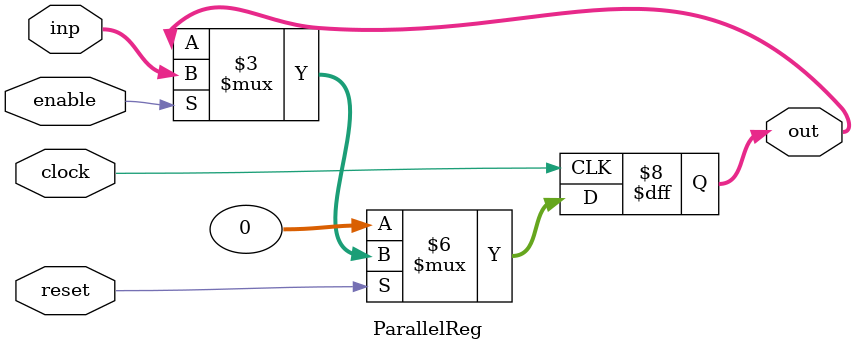
<source format=v>


`timescale 1ns/10ps

module ParallelReg (
    out,
    inp,
    clock,
    enable,
    reset
);


output [31:0] out;
reg [31:0] out;
input [31:0] inp;
input clock;
input enable;
input reset;




always @(posedge clock) begin: PARALLELREG_PASSIT
    if (reset == 0) begin
        out <= 0;
    end
    else begin
        if (enable) begin
            out <= inp;
        end
    end
end

endmodule

</source>
